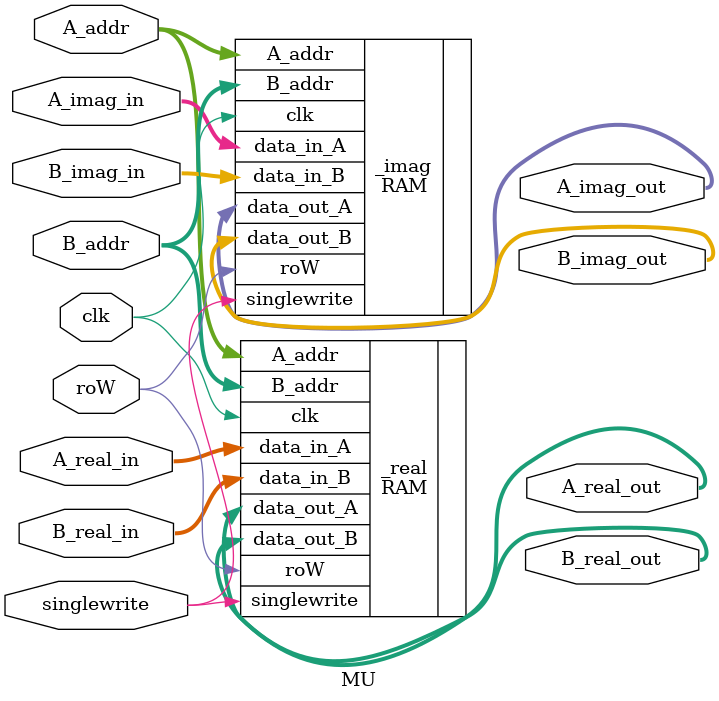
<source format=v>
module MU 
#(parameter DATA_WIDTH = 16, ADDR_WIDTH = 5)
(
input clk, roW, singlewrite,
input [ADDR_WIDTH -1:0] A_addr, B_addr,
//input [DATA_WIDTH -1:0] A_real_in, A_imag_in, B_real_in, B_imag_in,
//output wire [DATA_WIDTH -1:0] A_real_out, A_imag_out, B_real_out, B_imag_out
input [DATA_WIDTH -1:0] A_real_in, A_imag_in, B_real_in, B_imag_in,
output wire [DATA_WIDTH -1:0] A_real_out, A_imag_out, B_real_out, B_imag_out
);
// r0W -> zero if read, one if write

RAM
#(.DATA_WIDTH(DATA_WIDTH),.ADDR_WIDTH(ADDR_WIDTH))
_real
(
.clk(clk),
.roW(roW),
.singlewrite(singlewrite),
.data_in_A(A_real_in),
.data_in_B(B_real_in),
.A_addr(A_addr),
.B_addr(B_addr),
.data_out_A(A_real_out),
.data_out_B(B_real_out)
);

RAM
#(.DATA_WIDTH(DATA_WIDTH),.ADDR_WIDTH(ADDR_WIDTH))
_imag
(
.clk(clk),
.roW(roW),
.singlewrite(singlewrite),
.data_in_A(A_imag_in),
.data_in_B(B_imag_in),
.A_addr(A_addr),
.B_addr(B_addr),
.data_out_A(A_imag_out),
.data_out_B(B_imag_out)
);


endmodule 

</source>
